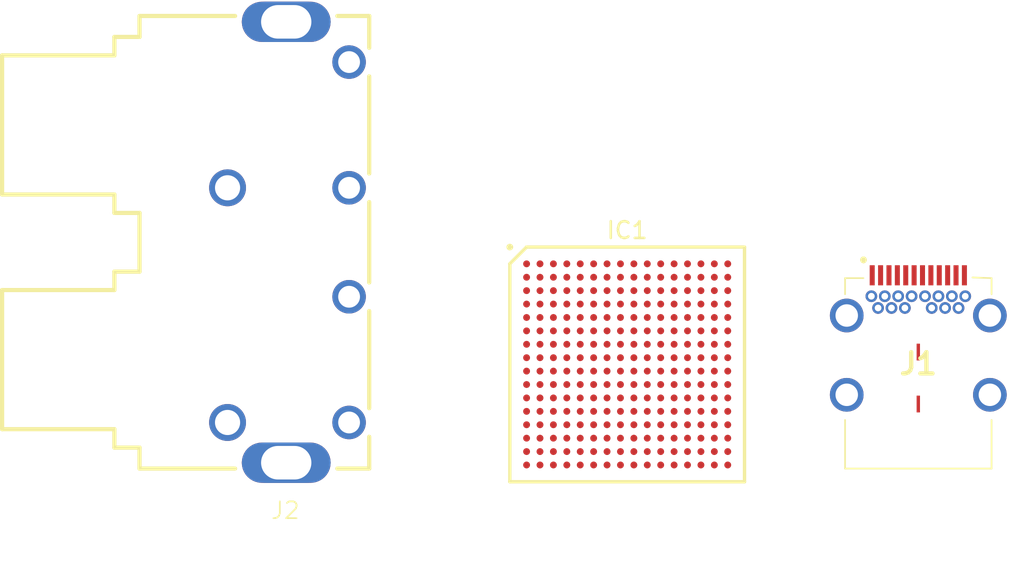
<source format=kicad_pcb>
(kicad_pcb (version 20240108) (generator "pcbnew") (generator_version "8.0")
  (layers (0 "F.Cu" signal) (31 "B.Cu" signal) (34 "B.Paste" user) (35 "F.Paste" user) (36 "B.SilkS" user "B.Silkscreen") (37 "F.SilkS" user "F.Silkscreen") (38 "B.Mask" user) (39 "F.Mask" user) (44 "Edge.Cuts" user))
  (net 0 "")
  (footprint "Connector_Audio:PJRAS2X2" (layer "F.Cu") (at 54.366 91.489)
    (property "Reference" "J2" (at 0 16.25 0) (layer "F.SilkS") (effects (font (thickness 0.1))))
    (property "Value" "~")
    (fp_poly (pts (xy -1.4 -14.099) (xy -1.588 -14.084) (xy -1.771 -14.04) (xy -1.944 -13.968) (xy -2.105 -13.87) (xy -2.248 -13.748) (xy -2.37 -13.605) (xy -2.468 -13.444) (xy -2.54 -13.271) (xy -2.584 -13.088) (xy -2.599 -12.9) (xy -2.584 -12.712) (xy -2.54 -12.529) (xy -2.468 -12.356) (xy -2.37 -12.195) (xy -2.248 -12.052) (xy -2.105 -11.93) (xy -1.944 -11.832) (xy -1.771 -11.76) (xy -1.588 -11.716) (xy -1.4 -11.701) (xy 1.5 -11.701) (xy 1.688 -11.716) (xy 1.871 -11.76) (xy 2.044 -11.832) (xy 2.205 -11.93) (xy 2.348 -12.052) (xy 2.47 -12.195) (xy 2.568 -12.356) (xy 2.64 -12.529) (xy 2.684 -12.712) (xy 2.699 -12.9) (xy 2.684 -13.088) (xy 2.64 -13.271) (xy 2.568 -13.444) (xy 2.47 -13.605) (xy 2.348 -13.748) (xy 2.205 -13.87) (xy 2.044 -13.968) (xy 1.871 -14.04) (xy 1.688 -14.084) (xy 1.5 -14.099)) (stroke (width 0.002)) (fill solid) (layer "F.Cu"))
    (fp_poly (pts (xy -1.4 12.201) (xy -1.588 12.216) (xy -1.771 12.26) (xy -1.944 12.332) (xy -2.105 12.43) (xy -2.248 12.552) (xy -2.37 12.695) (xy -2.468 12.856) (xy -2.54 13.029) (xy -2.584 13.212) (xy -2.599 13.4) (xy -2.584 13.588) (xy -2.54 13.771) (xy -2.468 13.944) (xy -2.37 14.105) (xy -2.248 14.248) (xy -2.105 14.37) (xy -1.944 14.468) (xy -1.771 14.54) (xy -1.588 14.584) (xy -1.4 14.599) (xy 1.5 14.599) (xy 1.688 14.584) (xy 1.871 14.54) (xy 2.044 14.468) (xy 2.205 14.37) (xy 2.348 14.248) (xy 2.47 14.105) (xy 2.568 13.944) (xy 2.64 13.771) (xy 2.684 13.588) (xy 2.699 13.4) (xy 2.684 13.212) (xy 2.64 13.029) (xy 2.568 12.856) (xy 2.47 12.695) (xy 2.348 12.552) (xy 2.205 12.43) (xy 2.044 12.332) (xy 1.871 12.26) (xy 1.688 12.216) (xy 1.5 12.201)) (stroke (width 0.002)) (fill solid) (layer "F.Cu"))
    (fp_poly (pts (xy -1.4 -14.099) (xy -1.588 -14.084) (xy -1.771 -14.04) (xy -1.944 -13.968) (xy -2.105 -13.87) (xy -2.248 -13.748) (xy -2.37 -13.605) (xy -2.468 -13.444) (xy -2.54 -13.271) (xy -2.584 -13.088) (xy -2.599 -12.9) (xy -2.584 -12.712) (xy -2.54 -12.529) (xy -2.468 -12.356) (xy -2.37 -12.195) (xy -2.248 -12.052) (xy -2.105 -11.93) (xy -1.944 -11.832) (xy -1.771 -11.76) (xy -1.588 -11.716) (xy -1.4 -11.701) (xy 1.5 -11.701) (xy 1.688 -11.716) (xy 1.871 -11.76) (xy 2.044 -11.832) (xy 2.205 -11.93) (xy 2.348 -12.052) (xy 2.47 -12.195) (xy 2.568 -12.356) (xy 2.64 -12.529) (xy 2.684 -12.712) (xy 2.699 -12.9) (xy 2.684 -13.088) (xy 2.64 -13.271) (xy 2.568 -13.444) (xy 2.47 -13.605) (xy 2.348 -13.748) (xy 2.205 -13.87) (xy 2.044 -13.968) (xy 1.871 -14.04) (xy 1.688 -14.084) (xy 1.5 -14.099)) (stroke (width 0.002)) (fill solid) (layer "B.Cu"))
    (fp_poly (pts (xy -1.4 12.201) (xy -1.588 12.216) (xy -1.771 12.26) (xy -1.944 12.332) (xy -2.105 12.43) (xy -2.248 12.552) (xy -2.37 12.695) (xy -2.468 12.856) (xy -2.54 13.029) (xy -2.584 13.212) (xy -2.599 13.4) (xy -2.584 13.588) (xy -2.54 13.771) (xy -2.468 13.944) (xy -2.37 14.105) (xy -2.248 14.248) (xy -2.105 14.37) (xy -1.944 14.468) (xy -1.771 14.54) (xy -1.588 14.584) (xy -1.4 14.599) (xy 1.5 14.599) (xy 1.688 14.584) (xy 1.871 14.54) (xy 2.044 14.468) (xy 2.205 14.37) (xy 2.348 14.248) (xy 2.47 14.105) (xy 2.568 13.944) (xy 2.64 13.771) (xy 2.684 13.588) (xy 2.699 13.4) (xy 2.684 13.212) (xy 2.64 13.029) (xy 2.568 12.856) (xy 2.47 12.695) (xy 2.348 12.552) (xy 2.205 12.43) (xy 2.044 12.332) (xy 1.871 12.26) (xy 1.688 12.216) (xy 1.5 12.201)) (stroke (width 0.002)) (fill solid) (layer "B.Cu"))
    (fp_line (start -16.9 -10.9) (end -16.9 -2.6) (stroke (width 0.25)) (layer "F.SilkS"))
    (fp_line (start -16.9 -10.9) (end -10.201 -10.9) (stroke (width 0.25)) (layer "F.SilkS"))
    (fp_line (start -16.9 -2.6) (end -10.201 -2.6) (stroke (width 0.25)) (layer "F.SilkS"))
    (fp_line (start -16.9 3.1) (end -16.9 11.4) (stroke (width 0.25)) (layer "F.SilkS"))
    (fp_line (start -16.9 11.4) (end -10.201 11.4) (stroke (width 0.25)) (layer "F.SilkS"))
    (fp_line (start -10.201 -11.999) (end -8.701 -11.999) (stroke (width 0.25)) (layer "F.SilkS"))
    (fp_line (start -10.201 -10.9) (end -10.201 -11.999) (stroke (width 0.25)) (layer "F.SilkS"))
    (fp_line (start -10.201 -1.501) (end -10.201 -2.6) (stroke (width 0.25)) (layer "F.SilkS"))
    (fp_line (start -10.201 -1.501) (end -8.701 -1.501) (stroke (width 0.25)) (layer "F.SilkS"))
    (fp_line (start -10.201 2.001) (end -10.201 3.1) (stroke (width 0.25)) (layer "F.SilkS"))
    (fp_line (start -10.201 3.1) (end -16.9 3.1) (stroke (width 0.25)) (layer "F.SilkS"))
    (fp_line (start -10.201 11.4) (end -10.201 12.499) (stroke (width 0.25)) (layer "F.SilkS"))
    (fp_line (start -10.201 12.499) (end -8.701 12.499) (stroke (width 0.25)) (layer "F.SilkS"))
    (fp_line (start -8.701 -13.25) (end -3 -13.25) (stroke (width 0.25)) (layer "F.SilkS"))
    (fp_line (start -8.701 -11.999) (end -8.701 -13.25) (stroke (width 0.25)) (layer "F.SilkS"))
    (fp_line (start -8.701 -1.501) (end -8.701 2.001) (stroke (width 0.25)) (layer "F.SilkS"))
    (fp_line (start -8.701 2.001) (end -10.201 2.001) (stroke (width 0.25)) (layer "F.SilkS"))
    (fp_line (start -8.701 12.499) (end -8.701 13.75) (stroke (width 0.25)) (layer "F.SilkS"))
    (fp_line (start -8.701 13.75) (end -3 13.75) (stroke (width 0.25)) (layer "F.SilkS"))
    (fp_line (start 3.099 -13.25) (end 5 -13.25) (stroke (width 0.25)) (layer "F.SilkS"))
    (fp_line (start 3.099 13.75) (end 5 13.75) (stroke (width 0.25)) (layer "F.SilkS"))
    (fp_line (start 5 -13.25) (end 5 -11.351) (stroke (width 0.25)) (layer "F.SilkS"))
    (fp_line (start 5 -3.851) (end 5 -9.649) (stroke (width 0.25)) (layer "F.SilkS"))
    (fp_line (start 5 2.649) (end 5 -2.149) (stroke (width 0.25)) (layer "F.SilkS"))
    (fp_line (start 5 10.149) (end 5 4.351) (stroke (width 0.25)) (layer "F.SilkS"))
    (fp_line (start 5 11.851) (end 5 13.75) (stroke (width 0.25)) (layer "F.SilkS"))
    (pad "1" thru_hole oval (at 0.05 -12.9) (size 4.800001 2.4) (drill oval 3 2) (layers "*.Cu"))
    (pad "1S" thru_hole circle (at -3.45 -3) (size 2.2 2.2) (drill 1.5) (layers "*.Cu" "*.Mask"))
    (pad "1T1" thru_hole circle (at 3.8 -10.5) (size 2 2) (drill 1.3) (layers "*.Cu" "*.Mask"))
    (pad "1T2" thru_hole circle (at 3.8 -3) (size 2 2) (drill 1.3) (layers "*.Cu" "*.Mask"))
    (pad "2" thru_hole oval (at 0.05 13.4) (size 4.800001 2.4) (drill oval 3 2) (layers "*.Cu"))
    (pad "2S" thru_hole circle (at -3.45 11) (size 2.2 2.2) (drill 1.5) (layers "*.Cu" "*.Mask"))
    (pad "2T1" thru_hole circle (at 3.8 3.5) (size 2 2) (drill 1.3) (layers "*.Cu" "*.Mask"))
    (pad "2T2" thru_hole circle (at 3.8 11) (size 2 2) (drill 1.3) (layers "*.Cu" "*.Mask"))
  )
  (footprint "redire:lattice_cabga256" (layer "F.Cu") (at 74.755 99.025)
    (property "Reference" "IC1" (at 0 -8 0) (layer "F.SilkS"))
    (property "Value" "ECP5-BGA256")
    (fp_line (start -7 -6) (end -6 -7) (stroke (width 0.2)) (layer "F.SilkS"))
    (fp_line (start -7 7) (end -7 -6) (stroke (width 0.2)) (layer "F.SilkS"))
    (fp_line (start -6 -7) (end 7 -7) (stroke (width 0.2)) (layer "F.SilkS"))
    (fp_line (start 7 -7) (end 7 7) (stroke (width 0.2)) (layer "F.SilkS"))
    (fp_line (start 7 7) (end -7 7) (stroke (width 0.2)) (layer "F.SilkS"))
    (fp_circle (center -7 -7) (end -7 -6.9) (stroke (width 0.2)) (fill none) (layer "F.SilkS"))
    (pad "A1" smd circle (at -6 -6 90) (size 0.41 0.41) (layers "F.Cu" "F.Paste" "F.Mask"))
    (pad "A2" smd circle (at -5.2 -6 90) (size 0.41 0.41) (layers "F.Cu" "F.Paste" "F.Mask"))
    (pad "A3" smd circle (at -4.4 -6 90) (size 0.41 0.41) (layers "F.Cu" "F.Paste" "F.Mask"))
    (pad "A4" smd circle (at -3.6 -6 90) (size 0.41 0.41) (layers "F.Cu" "F.Paste" "F.Mask"))
    (pad "A5" smd circle (at -2.8 -6 90) (size 0.41 0.41) (layers "F.Cu" "F.Paste" "F.Mask"))
    (pad "A6" smd circle (at -2 -6 90) (size 0.41 0.41) (layers "F.Cu" "F.Paste" "F.Mask"))
    (pad "A7" smd circle (at -1.2 -6 90) (size 0.41 0.41) (layers "F.Cu" "F.Paste" "F.Mask"))
    (pad "A8" smd circle (at -0.4 -6 90) (size 0.41 0.41) (layers "F.Cu" "F.Paste" "F.Mask"))
    (pad "A9" smd circle (at 0.4 -6 90) (size 0.41 0.41) (layers "F.Cu" "F.Paste" "F.Mask"))
    (pad "A10" smd circle (at 1.2 -6 90) (size 0.41 0.41) (layers "F.Cu" "F.Paste" "F.Mask"))
    (pad "A11" smd circle (at 2 -6 90) (size 0.41 0.41) (layers "F.Cu" "F.Paste" "F.Mask"))
    (pad "A12" smd circle (at 2.8 -6 90) (size 0.41 0.41) (layers "F.Cu" "F.Paste" "F.Mask"))
    (pad "A13" smd circle (at 3.6 -6 90) (size 0.41 0.41) (layers "F.Cu" "F.Paste" "F.Mask"))
    (pad "A14" smd circle (at 4.4 -6 90) (size 0.41 0.41) (layers "F.Cu" "F.Paste" "F.Mask"))
    (pad "A15" smd circle (at 5.2 -6 90) (size 0.41 0.41) (layers "F.Cu" "F.Paste" "F.Mask"))
    (pad "A16" smd circle (at 6 -6 90) (size 0.41 0.41) (layers "F.Cu" "F.Paste" "F.Mask"))
    (pad "B1" smd circle (at -6 -5.2 90) (size 0.41 0.41) (layers "F.Cu" "F.Paste" "F.Mask"))
    (pad "B2" smd circle (at -5.2 -5.2 90) (size 0.41 0.41) (layers "F.Cu" "F.Paste" "F.Mask"))
    (pad "B3" smd circle (at -4.4 -5.2 90) (size 0.41 0.41) (layers "F.Cu" "F.Paste" "F.Mask"))
    (pad "B4" smd circle (at -3.6 -5.2 90) (size 0.41 0.41) (layers "F.Cu" "F.Paste" "F.Mask"))
    (pad "B5" smd circle (at -2.8 -5.2 90) (size 0.41 0.41) (layers "F.Cu" "F.Paste" "F.Mask"))
    (pad "B6" smd circle (at -2 -5.2 90) (size 0.41 0.41) (layers "F.Cu" "F.Paste" "F.Mask"))
    (pad "B7" smd circle (at -1.2 -5.2 90) (size 0.41 0.41) (layers "F.Cu" "F.Paste" "F.Mask"))
    (pad "B8" smd circle (at -0.4 -5.2 90) (size 0.41 0.41) (layers "F.Cu" "F.Paste" "F.Mask"))
    (pad "B9" smd circle (at 0.4 -5.2 90) (size 0.41 0.41) (layers "F.Cu" "F.Paste" "F.Mask"))
    (pad "B10" smd circle (at 1.2 -5.2 90) (size 0.41 0.41) (layers "F.Cu" "F.Paste" "F.Mask"))
    (pad "B11" smd circle (at 2 -5.2 90) (size 0.41 0.41) (layers "F.Cu" "F.Paste" "F.Mask"))
    (pad "B12" smd circle (at 2.8 -5.2 90) (size 0.41 0.41) (layers "F.Cu" "F.Paste" "F.Mask"))
    (pad "B13" smd circle (at 3.6 -5.2 90) (size 0.41 0.41) (layers "F.Cu" "F.Paste" "F.Mask"))
    (pad "B14" smd circle (at 4.4 -5.2 90) (size 0.41 0.41) (layers "F.Cu" "F.Paste" "F.Mask"))
    (pad "B15" smd circle (at 5.2 -5.2 90) (size 0.41 0.41) (layers "F.Cu" "F.Paste" "F.Mask"))
    (pad "B16" smd circle (at 6 -5.2 90) (size 0.41 0.41) (layers "F.Cu" "F.Paste" "F.Mask"))
    (pad "C1" smd circle (at -6 -4.4 90) (size 0.41 0.41) (layers "F.Cu" "F.Paste" "F.Mask"))
    (pad "C2" smd circle (at -5.2 -4.4 90) (size 0.41 0.41) (layers "F.Cu" "F.Paste" "F.Mask"))
    (pad "C3" smd circle (at -4.4 -4.4 90) (size 0.41 0.41) (layers "F.Cu" "F.Paste" "F.Mask"))
    (pad "C4" smd circle (at -3.6 -4.4 90) (size 0.41 0.41) (layers "F.Cu" "F.Paste" "F.Mask"))
    (pad "C5" smd circle (at -2.8 -4.4 90) (size 0.41 0.41) (layers "F.Cu" "F.Paste" "F.Mask"))
    (pad "C6" smd circle (at -2 -4.4 90) (size 0.41 0.41) (layers "F.Cu" "F.Paste" "F.Mask"))
    (pad "C7" smd circle (at -1.2 -4.4 90) (size 0.41 0.41) (layers "F.Cu" "F.Paste" "F.Mask"))
    (pad "C8" smd circle (at -0.4 -4.4 90) (size 0.41 0.41) (layers "F.Cu" "F.Paste" "F.Mask"))
    (pad "C9" smd circle (at 0.4 -4.4 90) (size 0.41 0.41) (layers "F.Cu" "F.Paste" "F.Mask"))
    (pad "C10" smd circle (at 1.2 -4.4 90) (size 0.41 0.41) (layers "F.Cu" "F.Paste" "F.Mask"))
    (pad "C11" smd circle (at 2 -4.4 90) (size 0.41 0.41) (layers "F.Cu" "F.Paste" "F.Mask"))
    (pad "C12" smd circle (at 2.8 -4.4 90) (size 0.41 0.41) (layers "F.Cu" "F.Paste" "F.Mask"))
    (pad "C13" smd circle (at 3.6 -4.4 90) (size 0.41 0.41) (layers "F.Cu" "F.Paste" "F.Mask"))
    (pad "C14" smd circle (at 4.4 -4.4 90) (size 0.41 0.41) (layers "F.Cu" "F.Paste" "F.Mask"))
    (pad "C15" smd circle (at 5.2 -4.4 90) (size 0.41 0.41) (layers "F.Cu" "F.Paste" "F.Mask"))
    (pad "C16" smd circle (at 6 -4.4 90) (size 0.41 0.41) (layers "F.Cu" "F.Paste" "F.Mask"))
    (pad "D1" smd circle (at -6 -3.6 90) (size 0.41 0.41) (layers "F.Cu" "F.Paste" "F.Mask"))
    (pad "D2" smd circle (at -5.2 -3.6 90) (size 0.41 0.41) (layers "F.Cu" "F.Paste" "F.Mask"))
    (pad "D3" smd circle (at -4.4 -3.6 90) (size 0.41 0.41) (layers "F.Cu" "F.Paste" "F.Mask"))
    (pad "D4" smd circle (at -3.6 -3.6 90) (size 0.41 0.41) (layers "F.Cu" "F.Paste" "F.Mask"))
    (pad "D5" smd circle (at -2.8 -3.6 90) (size 0.41 0.41) (layers "F.Cu" "F.Paste" "F.Mask"))
    (pad "D6" smd circle (at -2 -3.6 90) (size 0.41 0.41) (layers "F.Cu" "F.Paste" "F.Mask"))
    (pad "D7" smd circle (at -1.2 -3.6 90) (size 0.41 0.41) (layers "F.Cu" "F.Paste" "F.Mask"))
    (pad "D8" smd circle (at -0.4 -3.6 90) (size 0.41 0.41) (layers "F.Cu" "F.Paste" "F.Mask"))
    (pad "D9" smd circle (at 0.4 -3.6 90) (size 0.41 0.41) (layers "F.Cu" "F.Paste" "F.Mask"))
    (pad "D10" smd circle (at 1.2 -3.6 90) (size 0.41 0.41) (layers "F.Cu" "F.Paste" "F.Mask"))
    (pad "D11" smd circle (at 2 -3.6 90) (size 0.41 0.41) (layers "F.Cu" "F.Paste" "F.Mask"))
    (pad "D12" smd circle (at 2.8 -3.6 90) (size 0.41 0.41) (layers "F.Cu" "F.Paste" "F.Mask"))
    (pad "D13" smd circle (at 3.6 -3.6 90) (size 0.41 0.41) (layers "F.Cu" "F.Paste" "F.Mask"))
    (pad "D14" smd circle (at 4.4 -3.6 90) (size 0.41 0.41) (layers "F.Cu" "F.Paste" "F.Mask"))
    (pad "D15" smd circle (at 5.2 -3.6 90) (size 0.41 0.41) (layers "F.Cu" "F.Paste" "F.Mask"))
    (pad "D16" smd circle (at 6 -3.6 90) (size 0.41 0.41) (layers "F.Cu" "F.Paste" "F.Mask"))
    (pad "E1" smd circle (at -6 -2.8 90) (size 0.41 0.41) (layers "F.Cu" "F.Paste" "F.Mask"))
    (pad "E2" smd circle (at -5.2 -2.8 90) (size 0.41 0.41) (layers "F.Cu" "F.Paste" "F.Mask"))
    (pad "E3" smd circle (at -4.4 -2.8 90) (size 0.41 0.41) (layers "F.Cu" "F.Paste" "F.Mask"))
    (pad "E4" smd circle (at -3.6 -2.8 90) (size 0.41 0.41) (layers "F.Cu" "F.Paste" "F.Mask"))
    (pad "E5" smd circle (at -2.8 -2.8 90) (size 0.41 0.41) (layers "F.Cu" "F.Paste" "F.Mask"))
    (pad "E6" smd circle (at -2 -2.8 90) (size 0.41 0.41) (layers "F.Cu" "F.Paste" "F.Mask"))
    (pad "E7" smd circle (at -1.2 -2.8 90) (size 0.41 0.41) (layers "F.Cu" "F.Paste" "F.Mask"))
    (pad "E8" smd circle (at -0.4 -2.8 90) (size 0.41 0.41) (layers "F.Cu" "F.Paste" "F.Mask"))
    (pad "E9" smd circle (at 0.4 -2.8 90) (size 0.41 0.41) (layers "F.Cu" "F.Paste" "F.Mask"))
    (pad "E10" smd circle (at 1.2 -2.8 90) (size 0.41 0.41) (layers "F.Cu" "F.Paste" "F.Mask"))
    (pad "E11" smd circle (at 2 -2.8 90) (size 0.41 0.41) (layers "F.Cu" "F.Paste" "F.Mask"))
    (pad "E12" smd circle (at 2.8 -2.8 90) (size 0.41 0.41) (layers "F.Cu" "F.Paste" "F.Mask"))
    (pad "E13" smd circle (at 3.6 -2.8 90) (size 0.41 0.41) (layers "F.Cu" "F.Paste" "F.Mask"))
    (pad "E14" smd circle (at 4.4 -2.8 90) (size 0.41 0.41) (layers "F.Cu" "F.Paste" "F.Mask"))
    (pad "E15" smd circle (at 5.2 -2.8 90) (size 0.41 0.41) (layers "F.Cu" "F.Paste" "F.Mask"))
    (pad "E16" smd circle (at 6 -2.8 90) (size 0.41 0.41) (layers "F.Cu" "F.Paste" "F.Mask"))
    (pad "F1" smd circle (at -6 -2 90) (size 0.41 0.41) (layers "F.Cu" "F.Paste" "F.Mask"))
    (pad "F2" smd circle (at -5.2 -2 90) (size 0.41 0.41) (layers "F.Cu" "F.Paste" "F.Mask"))
    (pad "F3" smd circle (at -4.4 -2 90) (size 0.41 0.41) (layers "F.Cu" "F.Paste" "F.Mask"))
    (pad "F4" smd circle (at -3.6 -2 90) (size 0.41 0.41) (layers "F.Cu" "F.Paste" "F.Mask"))
    (pad "F5" smd circle (at -2.8 -2 90) (size 0.41 0.41) (layers "F.Cu" "F.Paste" "F.Mask"))
    (pad "F6" smd circle (at -2 -2 90) (size 0.41 0.41) (layers "F.Cu" "F.Paste" "F.Mask"))
    (pad "F7" smd circle (at -1.2 -2 90) (size 0.41 0.41) (layers "F.Cu" "F.Paste" "F.Mask"))
    (pad "F8" smd circle (at -0.4 -2 90) (size 0.41 0.41) (layers "F.Cu" "F.Paste" "F.Mask"))
    (pad "F9" smd circle (at 0.4 -2 90) (size 0.41 0.41) (layers "F.Cu" "F.Paste" "F.Mask"))
    (pad "F10" smd circle (at 1.2 -2 90) (size 0.41 0.41) (layers "F.Cu" "F.Paste" "F.Mask"))
    (pad "F11" smd circle (at 2 -2 90) (size 0.41 0.41) (layers "F.Cu" "F.Paste" "F.Mask"))
    (pad "F12" smd circle (at 2.8 -2 90) (size 0.41 0.41) (layers "F.Cu" "F.Paste" "F.Mask"))
    (pad "F13" smd circle (at 3.6 -2 90) (size 0.41 0.41) (layers "F.Cu" "F.Paste" "F.Mask"))
    (pad "F14" smd circle (at 4.4 -2 90) (size 0.41 0.41) (layers "F.Cu" "F.Paste" "F.Mask"))
    (pad "F15" smd circle (at 5.2 -2 90) (size 0.41 0.41) (layers "F.Cu" "F.Paste" "F.Mask"))
    (pad "F16" smd circle (at 6 -2 90) (size 0.41 0.41) (layers "F.Cu" "F.Paste" "F.Mask"))
    (pad "G1" smd circle (at -6 -1.2 90) (size 0.41 0.41) (layers "F.Cu" "F.Paste" "F.Mask"))
    (pad "G2" smd circle (at -5.2 -1.2 90) (size 0.41 0.41) (layers "F.Cu" "F.Paste" "F.Mask"))
    (pad "G3" smd circle (at -4.4 -1.2 90) (size 0.41 0.41) (layers "F.Cu" "F.Paste" "F.Mask"))
    (pad "G4" smd circle (at -3.6 -1.2 90) (size 0.41 0.41) (layers "F.Cu" "F.Paste" "F.Mask"))
    (pad "G5" smd circle (at -2.8 -1.2 90) (size 0.41 0.41) (layers "F.Cu" "F.Paste" "F.Mask"))
    (pad "G6" smd circle (at -2 -1.2 90) (size 0.41 0.41) (layers "F.Cu" "F.Paste" "F.Mask"))
    (pad "G7" smd circle (at -1.2 -1.2 90) (size 0.41 0.41) (layers "F.Cu" "F.Paste" "F.Mask"))
    (pad "G8" smd circle (at -0.4 -1.2 90) (size 0.41 0.41) (layers "F.Cu" "F.Paste" "F.Mask"))
    (pad "G9" smd circle (at 0.4 -1.2 90) (size 0.41 0.41) (layers "F.Cu" "F.Paste" "F.Mask"))
    (pad "G10" smd circle (at 1.2 -1.2 90) (size 0.41 0.41) (layers "F.Cu" "F.Paste" "F.Mask"))
    (pad "G11" smd circle (at 2 -1.2 90) (size 0.41 0.41) (layers "F.Cu" "F.Paste" "F.Mask"))
    (pad "G12" smd circle (at 2.8 -1.2 90) (size 0.41 0.41) (layers "F.Cu" "F.Paste" "F.Mask"))
    (pad "G13" smd circle (at 3.6 -1.2 90) (size 0.41 0.41) (layers "F.Cu" "F.Paste" "F.Mask"))
    (pad "G14" smd circle (at 4.4 -1.2 90) (size 0.41 0.41) (layers "F.Cu" "F.Paste" "F.Mask"))
    (pad "G15" smd circle (at 5.2 -1.2 90) (size 0.41 0.41) (layers "F.Cu" "F.Paste" "F.Mask"))
    (pad "G16" smd circle (at 6 -1.2 90) (size 0.41 0.41) (layers "F.Cu" "F.Paste" "F.Mask"))
    (pad "H1" smd circle (at -6 -0.4 90) (size 0.41 0.41) (layers "F.Cu" "F.Paste" "F.Mask"))
    (pad "H2" smd circle (at -5.2 -0.4 90) (size 0.41 0.41) (layers "F.Cu" "F.Paste" "F.Mask"))
    (pad "H3" smd circle (at -4.4 -0.4 90) (size 0.41 0.41) (layers "F.Cu" "F.Paste" "F.Mask"))
    (pad "H4" smd circle (at -3.6 -0.4 90) (size 0.41 0.41) (layers "F.Cu" "F.Paste" "F.Mask"))
    (pad "H5" smd circle (at -2.8 -0.4 90) (size 0.41 0.41) (layers "F.Cu" "F.Paste" "F.Mask"))
    (pad "H6" smd circle (at -2 -0.4 90) (size 0.41 0.41) (layers "F.Cu" "F.Paste" "F.Mask"))
    (pad "H7" smd circle (at -1.2 -0.4 90) (size 0.41 0.41) (layers "F.Cu" "F.Paste" "F.Mask"))
    (pad "H8" smd circle (at -0.4 -0.4 90) (size 0.41 0.41) (layers "F.Cu" "F.Paste" "F.Mask"))
    (pad "H9" smd circle (at 0.4 -0.4 90) (size 0.41 0.41) (layers "F.Cu" "F.Paste" "F.Mask"))
    (pad "H10" smd circle (at 1.2 -0.4 90) (size 0.41 0.41) (layers "F.Cu" "F.Paste" "F.Mask"))
    (pad "H11" smd circle (at 2 -0.4 90) (size 0.41 0.41) (layers "F.Cu" "F.Paste" "F.Mask"))
    (pad "H12" smd circle (at 2.8 -0.4 90) (size 0.41 0.41) (layers "F.Cu" "F.Paste" "F.Mask"))
    (pad "H13" smd circle (at 3.6 -0.4 90) (size 0.41 0.41) (layers "F.Cu" "F.Paste" "F.Mask"))
    (pad "H14" smd circle (at 4.4 -0.4 90) (size 0.41 0.41) (layers "F.Cu" "F.Paste" "F.Mask"))
    (pad "H15" smd circle (at 5.2 -0.4 90) (size 0.41 0.41) (layers "F.Cu" "F.Paste" "F.Mask"))
    (pad "H16" smd circle (at 6 -0.4 90) (size 0.41 0.41) (layers "F.Cu" "F.Paste" "F.Mask"))
    (pad "J1" smd circle (at -6 0.4 90) (size 0.41 0.41) (layers "F.Cu" "F.Paste" "F.Mask"))
    (pad "J2" smd circle (at -5.2 0.4 90) (size 0.41 0.41) (layers "F.Cu" "F.Paste" "F.Mask"))
    (pad "J3" smd circle (at -4.4 0.4 90) (size 0.41 0.41) (layers "F.Cu" "F.Paste" "F.Mask"))
    (pad "J4" smd circle (at -3.6 0.4 90) (size 0.41 0.41) (layers "F.Cu" "F.Paste" "F.Mask"))
    (pad "J5" smd circle (at -2.8 0.4 90) (size 0.41 0.41) (layers "F.Cu" "F.Paste" "F.Mask"))
    (pad "J6" smd circle (at -2 0.4 90) (size 0.41 0.41) (layers "F.Cu" "F.Paste" "F.Mask"))
    (pad "J7" smd circle (at -1.2 0.4 90) (size 0.41 0.41) (layers "F.Cu" "F.Paste" "F.Mask"))
    (pad "J8" smd circle (at -0.4 0.4 90) (size 0.41 0.41) (layers "F.Cu" "F.Paste" "F.Mask"))
    (pad "J9" smd circle (at 0.4 0.4 90) (size 0.41 0.41) (layers "F.Cu" "F.Paste" "F.Mask"))
    (pad "J10" smd circle (at 1.2 0.4 90) (size 0.41 0.41) (layers "F.Cu" "F.Paste" "F.Mask"))
    (pad "J11" smd circle (at 2 0.4 90) (size 0.41 0.41) (layers "F.Cu" "F.Paste" "F.Mask"))
    (pad "J12" smd circle (at 2.8 0.4 90) (size 0.41 0.41) (layers "F.Cu" "F.Paste" "F.Mask"))
    (pad "J13" smd circle (at 3.6 0.4 90) (size 0.41 0.41) (layers "F.Cu" "F.Paste" "F.Mask"))
    (pad "J14" smd circle (at 4.4 0.4 90) (size 0.41 0.41) (layers "F.Cu" "F.Paste" "F.Mask"))
    (pad "J15" smd circle (at 5.2 0.4 90) (size 0.41 0.41) (layers "F.Cu" "F.Paste" "F.Mask"))
    (pad "J16" smd circle (at 6 0.4 90) (size 0.41 0.41) (layers "F.Cu" "F.Paste" "F.Mask"))
    (pad "K1" smd circle (at -6 1.2 90) (size 0.41 0.41) (layers "F.Cu" "F.Paste" "F.Mask"))
    (pad "K2" smd circle (at -5.2 1.2 90) (size 0.41 0.41) (layers "F.Cu" "F.Paste" "F.Mask"))
    (pad "K3" smd circle (at -4.4 1.2 90) (size 0.41 0.41) (layers "F.Cu" "F.Paste" "F.Mask"))
    (pad "K4" smd circle (at -3.6 1.2 90) (size 0.41 0.41) (layers "F.Cu" "F.Paste" "F.Mask"))
    (pad "K5" smd circle (at -2.8 1.2 90) (size 0.41 0.41) (layers "F.Cu" "F.Paste" "F.Mask"))
    (pad "K6" smd circle (at -2 1.2 90) (size 0.41 0.41) (layers "F.Cu" "F.Paste" "F.Mask"))
    (pad "K7" smd circle (at -1.2 1.2 90) (size 0.41 0.41) (layers "F.Cu" "F.Paste" "F.Mask"))
    (pad "K8" smd circle (at -0.4 1.2 90) (size 0.41 0.41) (layers "F.Cu" "F.Paste" "F.Mask"))
    (pad "K9" smd circle (at 0.4 1.2 90) (size 0.41 0.41) (layers "F.Cu" "F.Paste" "F.Mask"))
    (pad "K10" smd circle (at 1.2 1.2 90) (size 0.41 0.41) (layers "F.Cu" "F.Paste" "F.Mask"))
    (pad "K11" smd circle (at 2 1.2 90) (size 0.41 0.41) (layers "F.Cu" "F.Paste" "F.Mask"))
    (pad "K12" smd circle (at 2.8 1.2 90) (size 0.41 0.41) (layers "F.Cu" "F.Paste" "F.Mask"))
    (pad "K13" smd circle (at 3.6 1.2 90) (size 0.41 0.41) (layers "F.Cu" "F.Paste" "F.Mask"))
    (pad "K14" smd circle (at 4.4 1.2 90) (size 0.41 0.41) (layers "F.Cu" "F.Paste" "F.Mask"))
    (pad "K15" smd circle (at 5.2 1.2 90) (size 0.41 0.41) (layers "F.Cu" "F.Paste" "F.Mask"))
    (pad "K16" smd circle (at 6 1.2 90) (size 0.41 0.41) (layers "F.Cu" "F.Paste" "F.Mask"))
    (pad "L1" smd circle (at -6 2 90) (size 0.41 0.41) (layers "F.Cu" "F.Paste" "F.Mask"))
    (pad "L2" smd circle (at -5.2 2 90) (size 0.41 0.41) (layers "F.Cu" "F.Paste" "F.Mask"))
    (pad "L3" smd circle (at -4.4 2 90) (size 0.41 0.41) (layers "F.Cu" "F.Paste" "F.Mask"))
    (pad "L4" smd circle (at -3.6 2 90) (size 0.41 0.41) (layers "F.Cu" "F.Paste" "F.Mask"))
    (pad "L5" smd circle (at -2.8 2 90) (size 0.41 0.41) (layers "F.Cu" "F.Paste" "F.Mask"))
    (pad "L6" smd circle (at -2 2 90) (size 0.41 0.41) (layers "F.Cu" "F.Paste" "F.Mask"))
    (pad "L7" smd circle (at -1.2 2 90) (size 0.41 0.41) (layers "F.Cu" "F.Paste" "F.Mask"))
    (pad "L8" smd circle (at -0.4 2 90) (size 0.41 0.41) (layers "F.Cu" "F.Paste" "F.Mask"))
    (pad "L9" smd circle (at 0.4 2 90) (size 0.41 0.41) (layers "F.Cu" "F.Paste" "F.Mask"))
    (pad "L10" smd circle (at 1.2 2 90) (size 0.41 0.41) (layers "F.Cu" "F.Paste" "F.Mask"))
    (pad "L11" smd circle (at 2 2 90) (size 0.41 0.41) (layers "F.Cu" "F.Paste" "F.Mask"))
    (pad "L12" smd circle (at 2.8 2 90) (size 0.41 0.41) (layers "F.Cu" "F.Paste" "F.Mask"))
    (pad "L13" smd circle (at 3.6 2 90) (size 0.41 0.41) (layers "F.Cu" "F.Paste" "F.Mask"))
    (pad "L14" smd circle (at 4.4 2 90) (size 0.41 0.41) (layers "F.Cu" "F.Paste" "F.Mask"))
    (pad "L15" smd circle (at 5.2 2 90) (size 0.41 0.41) (layers "F.Cu" "F.Paste" "F.Mask"))
    (pad "L16" smd circle (at 6 2 90) (size 0.41 0.41) (layers "F.Cu" "F.Paste" "F.Mask"))
    (pad "M1" smd circle (at -6 2.8 90) (size 0.41 0.41) (layers "F.Cu" "F.Paste" "F.Mask"))
    (pad "M2" smd circle (at -5.2 2.8 90) (size 0.41 0.41) (layers "F.Cu" "F.Paste" "F.Mask"))
    (pad "M3" smd circle (at -4.4 2.8 90) (size 0.41 0.41) (layers "F.Cu" "F.Paste" "F.Mask"))
    (pad "M4" smd circle (at -3.6 2.8 90) (size 0.41 0.41) (layers "F.Cu" "F.Paste" "F.Mask"))
    (pad "M5" smd circle (at -2.8 2.8 90) (size 0.41 0.41) (layers "F.Cu" "F.Paste" "F.Mask"))
    (pad "M6" smd circle (at -2 2.8 90) (size 0.41 0.41) (layers "F.Cu" "F.Paste" "F.Mask"))
    (pad "M7" smd circle (at -1.2 2.8 90) (size 0.41 0.41) (layers "F.Cu" "F.Paste" "F.Mask"))
    (pad "M8" smd circle (at -0.4 2.8 90) (size 0.41 0.41) (layers "F.Cu" "F.Paste" "F.Mask"))
    (pad "M9" smd circle (at 0.4 2.8 90) (size 0.41 0.41) (layers "F.Cu" "F.Paste" "F.Mask"))
    (pad "M10" smd circle (at 1.2 2.8 90) (size 0.41 0.41) (layers "F.Cu" "F.Paste" "F.Mask"))
    (pad "M11" smd circle (at 2 2.8 90) (size 0.41 0.41) (layers "F.Cu" "F.Paste" "F.Mask"))
    (pad "M12" smd circle (at 2.8 2.8 90) (size 0.41 0.41) (layers "F.Cu" "F.Paste" "F.Mask"))
    (pad "M13" smd circle (at 3.6 2.8 90) (size 0.41 0.41) (layers "F.Cu" "F.Paste" "F.Mask"))
    (pad "M14" smd circle (at 4.4 2.8 90) (size 0.41 0.41) (layers "F.Cu" "F.Paste" "F.Mask"))
    (pad "M15" smd circle (at 5.2 2.8 90) (size 0.41 0.41) (layers "F.Cu" "F.Paste" "F.Mask"))
    (pad "M16" smd circle (at 6 2.8 90) (size 0.41 0.41) (layers "F.Cu" "F.Paste" "F.Mask"))
    (pad "N1" smd circle (at -6 3.6 90) (size 0.41 0.41) (layers "F.Cu" "F.Paste" "F.Mask"))
    (pad "N2" smd circle (at -5.2 3.6 90) (size 0.41 0.41) (layers "F.Cu" "F.Paste" "F.Mask"))
    (pad "N3" smd circle (at -4.4 3.6 90) (size 0.41 0.41) (layers "F.Cu" "F.Paste" "F.Mask"))
    (pad "N4" smd circle (at -3.6 3.6 90) (size 0.41 0.41) (layers "F.Cu" "F.Paste" "F.Mask"))
    (pad "N5" smd circle (at -2.8 3.6 90) (size 0.41 0.41) (layers "F.Cu" "F.Paste" "F.Mask"))
    (pad "N6" smd circle (at -2 3.6 90) (size 0.41 0.41) (layers "F.Cu" "F.Paste" "F.Mask"))
    (pad "N7" smd circle (at -1.2 3.6 90) (size 0.41 0.41) (layers "F.Cu" "F.Paste" "F.Mask"))
    (pad "N8" smd circle (at -0.4 3.6 90) (size 0.41 0.41) (layers "F.Cu" "F.Paste" "F.Mask"))
    (pad "N9" smd circle (at 0.4 3.6 90) (size 0.41 0.41) (layers "F.Cu" "F.Paste" "F.Mask"))
    (pad "N10" smd circle (at 1.2 3.6 90) (size 0.41 0.41) (layers "F.Cu" "F.Paste" "F.Mask"))
    (pad "N11" smd circle (at 2 3.6 90) (size 0.41 0.41) (layers "F.Cu" "F.Paste" "F.Mask"))
    (pad "N12" smd circle (at 2.8 3.6 90) (size 0.41 0.41) (layers "F.Cu" "F.Paste" "F.Mask"))
    (pad "N13" smd circle (at 3.6 3.6 90) (size 0.41 0.41) (layers "F.Cu" "F.Paste" "F.Mask"))
    (pad "N14" smd circle (at 4.4 3.6 90) (size 0.41 0.41) (layers "F.Cu" "F.Paste" "F.Mask"))
    (pad "N15" smd circle (at 5.2 3.6 90) (size 0.41 0.41) (layers "F.Cu" "F.Paste" "F.Mask"))
    (pad "N16" smd circle (at 6 3.6 90) (size 0.41 0.41) (layers "F.Cu" "F.Paste" "F.Mask"))
    (pad "P1" smd circle (at -6 4.4 90) (size 0.41 0.41) (layers "F.Cu" "F.Paste" "F.Mask"))
    (pad "P2" smd circle (at -5.2 4.4 90) (size 0.41 0.41) (layers "F.Cu" "F.Paste" "F.Mask"))
    (pad "P3" smd circle (at -4.4 4.4 90) (size 0.41 0.41) (layers "F.Cu" "F.Paste" "F.Mask"))
    (pad "P4" smd circle (at -3.6 4.4 90) (size 0.41 0.41) (layers "F.Cu" "F.Paste" "F.Mask"))
    (pad "P5" smd circle (at -2.8 4.4 90) (size 0.41 0.41) (layers "F.Cu" "F.Paste" "F.Mask"))
    (pad "P6" smd circle (at -2 4.4 90) (size 0.41 0.41) (layers "F.Cu" "F.Paste" "F.Mask"))
    (pad "P7" smd circle (at -1.2 4.4 90) (size 0.41 0.41) (layers "F.Cu" "F.Paste" "F.Mask"))
    (pad "P8" smd circle (at -0.4 4.4 90) (size 0.41 0.41) (layers "F.Cu" "F.Paste" "F.Mask"))
    (pad "P9" smd circle (at 0.4 4.4 90) (size 0.41 0.41) (layers "F.Cu" "F.Paste" "F.Mask"))
    (pad "P10" smd circle (at 1.2 4.4 90) (size 0.41 0.41) (layers "F.Cu" "F.Paste" "F.Mask"))
    (pad "P11" smd circle (at 2 4.4 90) (size 0.41 0.41) (layers "F.Cu" "F.Paste" "F.Mask"))
    (pad "P12" smd circle (at 2.8 4.4 90) (size 0.41 0.41) (layers "F.Cu" "F.Paste" "F.Mask"))
    (pad "P13" smd circle (at 3.6 4.4 90) (size 0.41 0.41) (layers "F.Cu" "F.Paste" "F.Mask"))
    (pad "P14" smd circle (at 4.4 4.4 90) (size 0.41 0.41) (layers "F.Cu" "F.Paste" "F.Mask"))
    (pad "P15" smd circle (at 5.2 4.4 90) (size 0.41 0.41) (layers "F.Cu" "F.Paste" "F.Mask"))
    (pad "P16" smd circle (at 6 4.4 90) (size 0.41 0.41) (layers "F.Cu" "F.Paste" "F.Mask"))
    (pad "R1" smd circle (at -6 5.2 90) (size 0.41 0.41) (layers "F.Cu" "F.Paste" "F.Mask"))
    (pad "R2" smd circle (at -5.2 5.2 90) (size 0.41 0.41) (layers "F.Cu" "F.Paste" "F.Mask"))
    (pad "R3" smd circle (at -4.4 5.2 90) (size 0.41 0.41) (layers "F.Cu" "F.Paste" "F.Mask"))
    (pad "R4" smd circle (at -3.6 5.2 90) (size 0.41 0.41) (layers "F.Cu" "F.Paste" "F.Mask"))
    (pad "R5" smd circle (at -2.8 5.2 90) (size 0.41 0.41) (layers "F.Cu" "F.Paste" "F.Mask"))
    (pad "R6" smd circle (at -2 5.2 90) (size 0.41 0.41) (layers "F.Cu" "F.Paste" "F.Mask"))
    (pad "R7" smd circle (at -1.2 5.2 90) (size 0.41 0.41) (layers "F.Cu" "F.Paste" "F.Mask"))
    (pad "R8" smd circle (at -0.4 5.2 90) (size 0.41 0.41) (layers "F.Cu" "F.Paste" "F.Mask"))
    (pad "R9" smd circle (at 0.4 5.2 90) (size 0.41 0.41) (layers "F.Cu" "F.Paste" "F.Mask"))
    (pad "R10" smd circle (at 1.2 5.2 90) (size 0.41 0.41) (layers "F.Cu" "F.Paste" "F.Mask"))
    (pad "R11" smd circle (at 2 5.2 90) (size 0.41 0.41) (layers "F.Cu" "F.Paste" "F.Mask"))
    (pad "R12" smd circle (at 2.8 5.2 90) (size 0.41 0.41) (layers "F.Cu" "F.Paste" "F.Mask"))
    (pad "R13" smd circle (at 3.6 5.2 90) (size 0.41 0.41) (layers "F.Cu" "F.Paste" "F.Mask"))
    (pad "R14" smd circle (at 4.4 5.2 90) (size 0.41 0.41) (layers "F.Cu" "F.Paste" "F.Mask"))
    (pad "R15" smd circle (at 5.2 5.2 90) (size 0.41 0.41) (layers "F.Cu" "F.Paste" "F.Mask"))
    (pad "R16" smd circle (at 6 5.2 90) (size 0.41 0.41) (layers "F.Cu" "F.Paste" "F.Mask"))
    (pad "T1" smd circle (at -6 6 90) (size 0.41 0.41) (layers "F.Cu" "F.Paste" "F.Mask"))
    (pad "T2" smd circle (at -5.2 6 90) (size 0.41 0.41) (layers "F.Cu" "F.Paste" "F.Mask"))
    (pad "T3" smd circle (at -4.4 6 90) (size 0.41 0.41) (layers "F.Cu" "F.Paste" "F.Mask"))
    (pad "T4" smd circle (at -3.6 6 90) (size 0.41 0.41) (layers "F.Cu" "F.Paste" "F.Mask"))
    (pad "T5" smd circle (at -2.8 6 90) (size 0.41 0.41) (layers "F.Cu" "F.Paste" "F.Mask"))
    (pad "T6" smd circle (at -2 6 90) (size 0.41 0.41) (layers "F.Cu" "F.Paste" "F.Mask"))
    (pad "T7" smd circle (at -1.2 6 90) (size 0.41 0.41) (layers "F.Cu" "F.Paste" "F.Mask"))
    (pad "T8" smd circle (at -0.4 6 90) (size 0.41 0.41) (layers "F.Cu" "F.Paste" "F.Mask"))
    (pad "T9" smd circle (at 0.4 6 90) (size 0.41 0.41) (layers "F.Cu" "F.Paste" "F.Mask"))
    (pad "T10" smd circle (at 1.2 6 90) (size 0.41 0.41) (layers "F.Cu" "F.Paste" "F.Mask"))
    (pad "T11" smd circle (at 2 6 90) (size 0.41 0.41) (layers "F.Cu" "F.Paste" "F.Mask"))
    (pad "T12" smd circle (at 2.8 6 90) (size 0.41 0.41) (layers "F.Cu" "F.Paste" "F.Mask"))
    (pad "T13" smd circle (at 3.6 6 90) (size 0.41 0.41) (layers "F.Cu" "F.Paste" "F.Mask"))
    (pad "T14" smd circle (at 4.4 6 90) (size 0.41 0.41) (layers "F.Cu" "F.Paste" "F.Mask"))
    (pad "T15" smd circle (at 5.2 6 90) (size 0.41 0.41) (layers "F.Cu" "F.Paste" "F.Mask"))
    (pad "T16" smd circle (at 6 6 90) (size 0.41 0.41) (layers "F.Cu" "F.Paste" "F.Mask"))
  )
  (footprint "Connector_USB:632723100011" (layer "F.Cu") (at 92.123 98.988)
    (property "Reference" "J1" (at 0 0 0) (layer "F.SilkS") (effects (font (size 1.27 1.27) (thickness 0.254))))
    (property "Value" "632723100011" (hide yes))
    (fp_line (start -4.37 -5.11) (end -4.37 -4.15) (stroke (width 0.1)) (layer "F.SilkS"))
    (fp_line (start -4.37 3.35) (end -4.37 6.25) (stroke (width 0.1)) (layer "F.SilkS"))
    (fp_line (start -4.37 6.25) (end 4.37 6.25) (stroke (width 0.1)) (layer "F.SilkS"))
    (fp_line (start -3.27 -6.25) (end -3.27 -6.25) (stroke (width 0.3)) (layer "F.SilkS"))
    (fp_line (start -3.27 -6.15) (end -3.27 -6.15) (stroke (width 0.3)) (layer "F.SilkS"))
    (fp_line (start -3.27 -5.11) (end -4.37 -5.11) (stroke (width 0.1)) (layer "F.SilkS"))
    (fp_line (start 3.23 -5.15) (end 4.37 -5.11) (stroke (width 0.1)) (layer "F.SilkS"))
    (fp_line (start 4.37 -5.11) (end 4.37 -4.15) (stroke (width 0.1)) (layer "F.SilkS"))
    (fp_line (start 4.37 6.25) (end 4.37 3.35) (stroke (width 0.1)) (layer "F.SilkS"))
    (fp_arc (start -3.27 -6.25) (mid -3.22 -6.2) (end -3.27 -6.15) (stroke (width 0.3)) (layer "F.SilkS"))
    (fp_arc (start -3.27 -6.15) (mid -3.32 -6.2) (end -3.27 -6.25) (stroke (width 0.3)) (layer "F.SilkS"))
    (pad "A1" smd rect (at -2.75 -5.28) (size 0.3 1.2) (layers "F.Cu" "F.Paste" "F.Mask"))
    (pad "A2" smd rect (at -2.25 -5.28) (size 0.3 1.2) (layers "F.Cu" "F.Paste" "F.Mask"))
    (pad "A3" smd rect (at -1.75 -5.28) (size 0.3 1.2) (layers "F.Cu" "F.Paste" "F.Mask"))
    (pad "A4" smd rect (at -1.25 -5.28) (size 0.3 1.2) (layers "F.Cu" "F.Paste" "F.Mask"))
    (pad "A5" smd rect (at -0.75 -5.28) (size 0.3 1.2) (layers "F.Cu" "F.Paste" "F.Mask"))
    (pad "A6" smd rect (at -0.25 -5.28) (size 0.3 1.2) (layers "F.Cu" "F.Paste" "F.Mask"))
    (pad "A7" smd rect (at 0.25 -5.28) (size 0.3 1.2) (layers "F.Cu" "F.Paste" "F.Mask"))
    (pad "A8" smd rect (at 0.75 -5.28) (size 0.3 1.2) (layers "F.Cu" "F.Paste" "F.Mask"))
    (pad "A9" smd rect (at 1.25 -5.28) (size 0.3 1.2) (layers "F.Cu" "F.Paste" "F.Mask"))
    (pad "A10" smd rect (at 1.75 -5.28) (size 0.3 1.2) (layers "F.Cu" "F.Paste" "F.Mask"))
    (pad "A11" smd rect (at 2.25 -5.28) (size 0.3 1.2) (layers "F.Cu" "F.Paste" "F.Mask"))
    (pad "A12" smd rect (at 2.75 -5.28) (size 0.3 1.2) (layers "F.Cu" "F.Paste" "F.Mask"))
    (pad "B1" thru_hole circle (at 2.8 -4.03) (size 0.7 0.7) (drill 0.4) (layers "*.Cu" "*.Mask"))
    (pad "B2" thru_hole circle (at 2.4 -3.33) (size 0.7 0.7) (drill 0.4) (layers "*.Cu" "*.Mask"))
    (pad "B3" thru_hole circle (at 1.6 -3.33) (size 0.7 0.7) (drill 0.4) (layers "*.Cu" "*.Mask"))
    (pad "B4" thru_hole circle (at 1.2 -4.03) (size 0.7 0.7) (drill 0.4) (layers "*.Cu" "*.Mask"))
    (pad "B5" thru_hole circle (at 0.8 -3.33) (size 0.7 0.7) (drill 0.4) (layers "*.Cu" "*.Mask"))
    (pad "B6" thru_hole circle (at 0.4 -4.03) (size 0.7 0.7) (drill 0.4) (layers "*.Cu" "*.Mask"))
    (pad "B7" thru_hole circle (at -0.4 -4.03) (size 0.7 0.7) (drill 0.4) (layers "*.Cu" "*.Mask"))
    (pad "B8" thru_hole circle (at -0.8 -3.33) (size 0.7 0.7) (drill 0.4) (layers "*.Cu" "*.Mask"))
    (pad "B9" thru_hole circle (at -1.2 -4.03) (size 0.7 0.7) (drill 0.4) (layers "*.Cu" "*.Mask"))
    (pad "B10" thru_hole circle (at -1.6 -3.33) (size 0.7 0.7) (drill 0.4) (layers "*.Cu" "*.Mask"))
    (pad "B11" thru_hole circle (at -2.4 -3.33) (size 0.7 0.7) (drill 0.4) (layers "*.Cu" "*.Mask"))
    (pad "B12" thru_hole circle (at -2.8 -4.03) (size 0.7 0.7) (drill 0.4) (layers "*.Cu" "*.Mask"))
    (pad "G1" thru_hole circle (at -2 -4.03) (size 0.7 0.7) (drill 0.4) (layers "*.Cu" "*.Mask"))
    (pad "G2" thru_hole circle (at 2 -4.03) (size 0.7 0.7) (drill 0.4) (layers "*.Cu" "*.Mask"))
    (pad "MH1" thru_hole circle (at -4.27 -2.88) (size 2.01 2.01) (drill 1.34) (layers "*.Cu" "*.Mask"))
    (pad "MH2" thru_hole circle (at 4.27 -2.88) (size 2.01 2.01) (drill 1.34) (layers "*.Cu" "*.Mask"))
    (pad "MH3" thru_hole circle (at -4.27 1.85) (size 2.01 2.01) (drill 1.34) (layers "*.Cu" "*.Mask"))
    (pad "MH4" thru_hole circle (at 4.27 1.85) (size 2.01 2.01) (drill 1.34) (layers "*.Cu" "*.Mask"))
    (pad "MP1" smd rect (at 0 -0.7) (size 0.2 1) (layers "F.Cu" "F.Paste" "F.Mask"))
    (pad "MP2" smd rect (at 0 2.4) (size 0.2 1) (layers "F.Cu" "F.Paste" "F.Mask"))
  )
)
</source>
